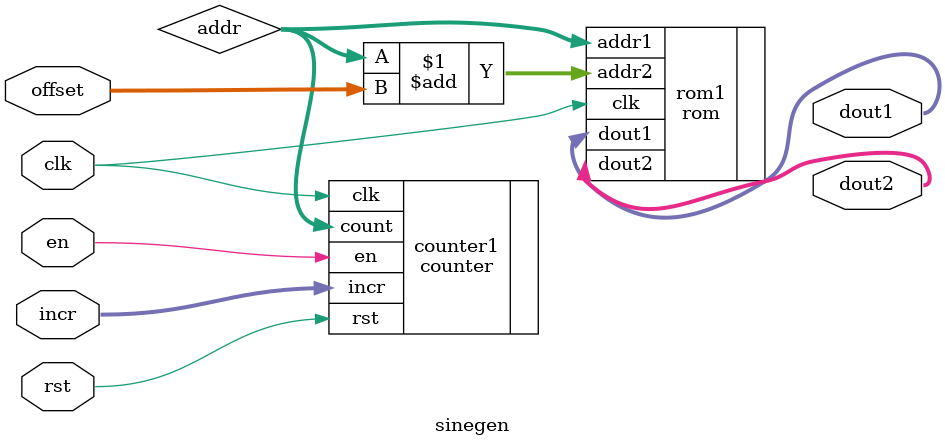
<source format=sv>
module sinegen #(
    parameter WIDTH = 8
)(
    input logic clk,
    input logic en,
    input logic rst,
    input logic [WIDTH-1:0] incr,
    input logic [WIDTH-1:0] offset,
    output logic [WIDTH-1:0] dout1,
    output logic [WIDTH-1:0] dout2
);

    logic [WIDTH-1:0] addr;

    counter counter1(
        .clk (clk),
        .en (en),
        .rst (rst),
        .incr (incr),
        .count (addr)
    );

    rom rom1(
        .clk (clk),
        .addr1 (addr),
        .addr2 (addr + offset),
        .dout1 (dout1),
        .dout2 (dout2)
    );

endmodule

</source>
